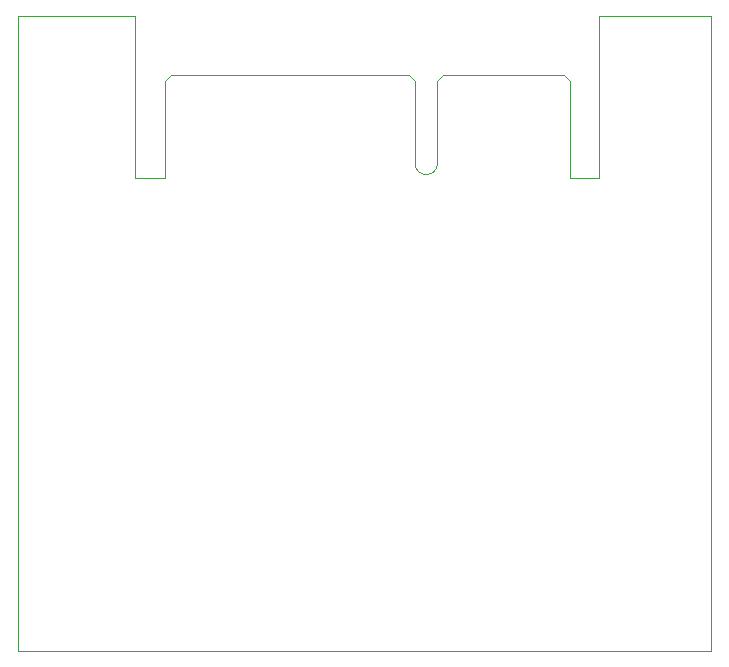
<source format=gbr>
%TF.GenerationSoftware,KiCad,Pcbnew,8.0.6*%
%TF.CreationDate,2024-10-28T16:17:03-03:00*%
%TF.ProjectId,CW312T_STM32F,43573331-3254-45f5-9354-4d3332462e6b,rev?*%
%TF.SameCoordinates,Original*%
%TF.FileFunction,Profile,NP*%
%FSLAX46Y46*%
G04 Gerber Fmt 4.6, Leading zero omitted, Abs format (unit mm)*
G04 Created by KiCad (PCBNEW 8.0.6) date 2024-10-28 16:17:03*
%MOMM*%
%LPD*%
G01*
G04 APERTURE LIST*
%TA.AperFunction,Profile*%
%ADD10C,0.100000*%
%TD*%
G04 APERTURE END LIST*
D10*
%TO.C,P1*%
X111260000Y-55555000D02*
X111260000Y-109245000D01*
X121180000Y-55555000D02*
X111260000Y-55555000D01*
X121180000Y-69245000D02*
X121180000Y-55555000D01*
X123680000Y-61045000D02*
X124180000Y-60545000D01*
X123680000Y-69245000D02*
X121180000Y-69245000D01*
X123680000Y-69245000D02*
X123680000Y-61045000D01*
X144380000Y-60545000D02*
X124180000Y-60545000D01*
X144880000Y-61045000D02*
X144380000Y-60545000D01*
X144880000Y-67995000D02*
X144880000Y-61045000D01*
X146780000Y-61045000D02*
X147280000Y-60545000D01*
X146780000Y-67995000D02*
X146780000Y-61045000D01*
X157480000Y-60545000D02*
X147280000Y-60545000D01*
X157980000Y-61045000D02*
X157480000Y-60545000D01*
X157980000Y-69255000D02*
X157980000Y-61045000D01*
X157980000Y-69255000D02*
X160490000Y-69255000D01*
X160490000Y-55555000D02*
X169940000Y-55555000D01*
X160490000Y-69255000D02*
X160490000Y-55555000D01*
X169940000Y-55555000D02*
X169940000Y-109245000D01*
X169940000Y-109245000D02*
X111260000Y-109245000D01*
X146780000Y-67995000D02*
G75*
G02*
X144880000Y-67995000I-950000J0D01*
G01*
%TD*%
M02*

</source>
